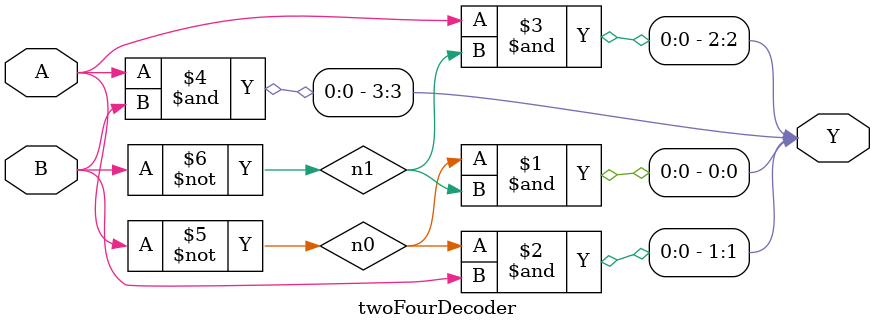
<source format=v>
`timescale 1ns / 1ps


module twoFourDecoder (
    input A,
    input B,
    output [3:0] Y
);

/*
 * A B | Y
 * 0 0 | 0001
 * 0 1 | 0010
 * 1 0 | 0100
 * 1 1 | 1000
 */

 wire n0, n1;

 not(n0, A);
 not(n1, B);

 and(Y[0], n0, n1);
 and(Y[1], n0, B);
 and(Y[2], A, n1);
 and(Y[3], A, B);
endmodule

</source>
